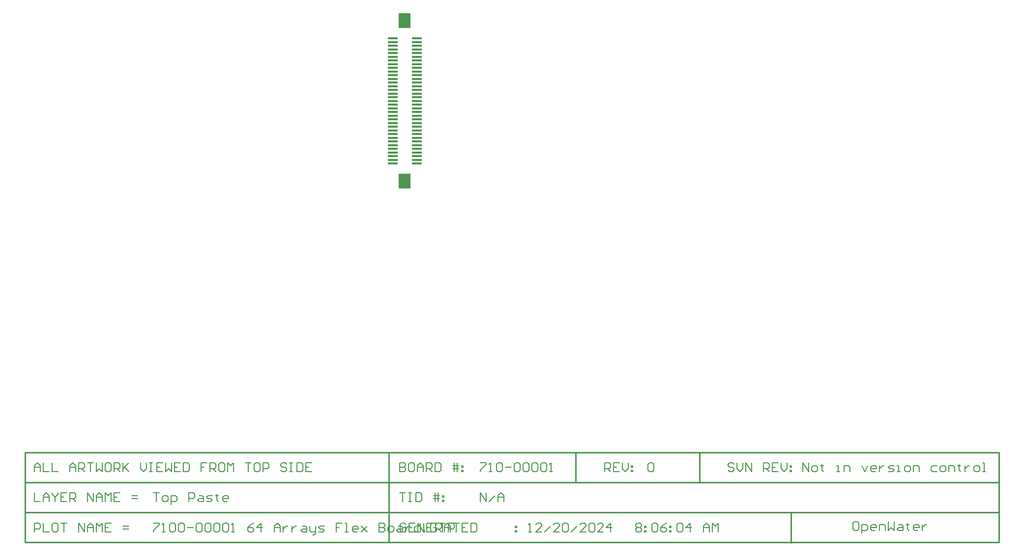
<source format=gtp>
G04*
G04 #@! TF.GenerationSoftware,Altium Limited,Altium Designer,24.3.1 (35)*
G04*
G04 Layer_Color=8421504*
%FSAX25Y25*%
%MOIN*%
G70*
G04*
G04 #@! TF.SameCoordinates,FD1E8778-55F6-401F-AF26-4ACC28CE7946*
G04*
G04*
G04 #@! TF.FilePolarity,Positive*
G04*
G01*
G75*
%ADD11C,0.01000*%
%ADD14C,0.00800*%
%ADD16R,0.07874X0.09843*%
%ADD17R,0.07087X0.01378*%
G54D11*
X0497200Y0080717D02*
Y0101050D01*
X0413200Y0080717D02*
Y0101050D01*
X0040000Y0080717D02*
X0700200D01*
X0040000Y0060383D02*
X0700000D01*
X0040000Y0040050D02*
X0440500D01*
X0040050Y0101050D02*
X0700200D01*
X0040050Y0040050D02*
Y0101050D01*
Y0040050D02*
X0197600D01*
X0040000D02*
Y0101050D01*
X0286500Y0040050D02*
Y0101050D01*
X0700200Y0040050D02*
Y0101050D01*
X0440500Y0040050D02*
X0700200D01*
X0559400Y0039400D02*
Y0059683D01*
G54D14*
X0126900Y0073549D02*
X0130899D01*
X0128899D01*
Y0067551D01*
X0133898D02*
X0135897D01*
X0136897Y0068550D01*
Y0070550D01*
X0135897Y0071549D01*
X0133898D01*
X0132898Y0070550D01*
Y0068550D01*
X0133898Y0067551D01*
X0138896Y0065551D02*
Y0071549D01*
X0141895D01*
X0142895Y0070550D01*
Y0068550D01*
X0141895Y0067551D01*
X0138896D01*
X0150892D02*
Y0073549D01*
X0153891D01*
X0154891Y0072549D01*
Y0070550D01*
X0153891Y0069550D01*
X0150892D01*
X0157890Y0071549D02*
X0159889D01*
X0160889Y0070550D01*
Y0067551D01*
X0157890D01*
X0156890Y0068550D01*
X0157890Y0069550D01*
X0160889D01*
X0162888Y0067551D02*
X0165887D01*
X0166887Y0068550D01*
X0165887Y0069550D01*
X0163888D01*
X0162888Y0070550D01*
X0163888Y0071549D01*
X0166887D01*
X0169886Y0072549D02*
Y0071549D01*
X0168886D01*
X0170886D01*
X0169886D01*
Y0068550D01*
X0170886Y0067551D01*
X0176884D02*
X0174884D01*
X0173885Y0068550D01*
Y0070550D01*
X0174884Y0071549D01*
X0176884D01*
X0177884Y0070550D01*
Y0069550D01*
X0173885D01*
X0567400Y0087833D02*
Y0093831D01*
X0571399Y0087833D01*
Y0093831D01*
X0574398Y0087833D02*
X0576397D01*
X0577397Y0088833D01*
Y0090832D01*
X0576397Y0091832D01*
X0574398D01*
X0573398Y0090832D01*
Y0088833D01*
X0574398Y0087833D01*
X0580396Y0092832D02*
Y0091832D01*
X0579396D01*
X0581395D01*
X0580396D01*
Y0088833D01*
X0581395Y0087833D01*
X0590393D02*
X0592392D01*
X0591392D01*
Y0091832D01*
X0590393D01*
X0595391Y0087833D02*
Y0091832D01*
X0598390D01*
X0599390Y0090832D01*
Y0087833D01*
X0607387Y0091832D02*
X0609386Y0087833D01*
X0611386Y0091832D01*
X0616384Y0087833D02*
X0614385D01*
X0613385Y0088833D01*
Y0090832D01*
X0614385Y0091832D01*
X0616384D01*
X0617384Y0090832D01*
Y0089833D01*
X0613385D01*
X0619383Y0091832D02*
Y0087833D01*
Y0089833D01*
X0620383Y0090832D01*
X0621383Y0091832D01*
X0622382D01*
X0625381Y0087833D02*
X0628380D01*
X0629380Y0088833D01*
X0628380Y0089833D01*
X0626381D01*
X0625381Y0090832D01*
X0626381Y0091832D01*
X0629380D01*
X0631379Y0087833D02*
X0633379D01*
X0632379D01*
Y0091832D01*
X0631379D01*
X0637377Y0087833D02*
X0639377D01*
X0640376Y0088833D01*
Y0090832D01*
X0639377Y0091832D01*
X0637377D01*
X0636378Y0090832D01*
Y0088833D01*
X0637377Y0087833D01*
X0642376D02*
Y0091832D01*
X0645375D01*
X0646374Y0090832D01*
Y0087833D01*
X0658371Y0091832D02*
X0655372D01*
X0654372Y0090832D01*
Y0088833D01*
X0655372Y0087833D01*
X0658371D01*
X0661370D02*
X0663369D01*
X0664369Y0088833D01*
Y0090832D01*
X0663369Y0091832D01*
X0661370D01*
X0660370Y0090832D01*
Y0088833D01*
X0661370Y0087833D01*
X0666368D02*
Y0091832D01*
X0669367D01*
X0670367Y0090832D01*
Y0087833D01*
X0673366Y0092832D02*
Y0091832D01*
X0672366D01*
X0674365D01*
X0673366D01*
Y0088833D01*
X0674365Y0087833D01*
X0677364Y0091832D02*
Y0087833D01*
Y0089833D01*
X0678364Y0090832D01*
X0679364Y0091832D01*
X0680364D01*
X0684362Y0087833D02*
X0686362D01*
X0687361Y0088833D01*
Y0090832D01*
X0686362Y0091832D01*
X0684362D01*
X0683362Y0090832D01*
Y0088833D01*
X0684362Y0087833D01*
X0689361D02*
X0691360D01*
X0690360D01*
Y0093831D01*
X0689361D01*
X0520799Y0092832D02*
X0519799Y0093831D01*
X0517800D01*
X0516800Y0092832D01*
Y0091832D01*
X0517800Y0090832D01*
X0519799D01*
X0520799Y0089833D01*
Y0088833D01*
X0519799Y0087833D01*
X0517800D01*
X0516800Y0088833D01*
X0522798Y0093831D02*
Y0089833D01*
X0524797Y0087833D01*
X0526797Y0089833D01*
Y0093831D01*
X0528796Y0087833D02*
Y0093831D01*
X0532795Y0087833D01*
Y0093831D01*
X0540792Y0087833D02*
Y0093831D01*
X0543791D01*
X0544791Y0092832D01*
Y0090832D01*
X0543791Y0089833D01*
X0540792D01*
X0542792D02*
X0544791Y0087833D01*
X0550789Y0093831D02*
X0546790D01*
Y0087833D01*
X0550789D01*
X0546790Y0090832D02*
X0548790D01*
X0552788Y0093831D02*
Y0089833D01*
X0554788Y0087833D01*
X0556787Y0089833D01*
Y0093831D01*
X0558786Y0091832D02*
X0559786D01*
Y0090832D01*
X0558786D01*
Y0091832D01*
Y0088833D02*
X0559786D01*
Y0087833D01*
X0558786D01*
Y0088833D01*
X0433000Y0087833D02*
Y0093831D01*
X0435999D01*
X0436999Y0092832D01*
Y0090832D01*
X0435999Y0089833D01*
X0433000D01*
X0434999D02*
X0436999Y0087833D01*
X0442997Y0093831D02*
X0438998D01*
Y0087833D01*
X0442997D01*
X0438998Y0090832D02*
X0440997D01*
X0444996Y0093831D02*
Y0089833D01*
X0446995Y0087833D01*
X0448995Y0089833D01*
Y0093831D01*
X0450994Y0091832D02*
X0451994D01*
Y0090832D01*
X0450994D01*
Y0091832D01*
Y0088833D02*
X0451994D01*
Y0087833D01*
X0450994D01*
Y0088833D01*
X0126900Y0052965D02*
X0130899D01*
Y0051965D01*
X0126900Y0047966D01*
Y0046966D01*
X0132898D02*
X0134897D01*
X0133898D01*
Y0052965D01*
X0132898Y0051965D01*
X0137896D02*
X0138896Y0052965D01*
X0140895D01*
X0141895Y0051965D01*
Y0047966D01*
X0140895Y0046966D01*
X0138896D01*
X0137896Y0047966D01*
Y0051965D01*
X0143895D02*
X0144894Y0052965D01*
X0146894D01*
X0147893Y0051965D01*
Y0047966D01*
X0146894Y0046966D01*
X0144894D01*
X0143895Y0047966D01*
Y0051965D01*
X0149893Y0049966D02*
X0153891D01*
X0155891Y0051965D02*
X0156890Y0052965D01*
X0158890D01*
X0159889Y0051965D01*
Y0047966D01*
X0158890Y0046966D01*
X0156890D01*
X0155891Y0047966D01*
Y0051965D01*
X0161889D02*
X0162888Y0052965D01*
X0164888D01*
X0165887Y0051965D01*
Y0047966D01*
X0164888Y0046966D01*
X0162888D01*
X0161889Y0047966D01*
Y0051965D01*
X0167887D02*
X0168886Y0052965D01*
X0170886D01*
X0171885Y0051965D01*
Y0047966D01*
X0170886Y0046966D01*
X0168886D01*
X0167887Y0047966D01*
Y0051965D01*
X0173885D02*
X0174884Y0052965D01*
X0176884D01*
X0177884Y0051965D01*
Y0047966D01*
X0176884Y0046966D01*
X0174884D01*
X0173885Y0047966D01*
Y0051965D01*
X0179883Y0046966D02*
X0181882D01*
X0180883D01*
Y0052965D01*
X0179883Y0051965D01*
X0194878Y0052965D02*
X0192879Y0051965D01*
X0190879Y0049966D01*
Y0047966D01*
X0191879Y0046966D01*
X0193878D01*
X0194878Y0047966D01*
Y0048966D01*
X0193878Y0049966D01*
X0190879D01*
X0199876Y0046966D02*
Y0052965D01*
X0196877Y0049966D01*
X0200876D01*
X0208874Y0046966D02*
Y0050965D01*
X0210873Y0052965D01*
X0212872Y0050965D01*
Y0046966D01*
Y0049966D01*
X0208874D01*
X0214872Y0050965D02*
Y0046966D01*
Y0048966D01*
X0215871Y0049966D01*
X0216871Y0050965D01*
X0217871D01*
X0220870D02*
Y0046966D01*
Y0048966D01*
X0221869Y0049966D01*
X0222869Y0050965D01*
X0223869D01*
X0227867D02*
X0229867D01*
X0230866Y0049966D01*
Y0046966D01*
X0227867D01*
X0226868Y0047966D01*
X0227867Y0048966D01*
X0230866D01*
X0232866Y0050965D02*
Y0047966D01*
X0233865Y0046966D01*
X0236864D01*
Y0045967D01*
X0235865Y0044967D01*
X0234865D01*
X0236864Y0046966D02*
Y0050965D01*
X0238864Y0046966D02*
X0241863D01*
X0242863Y0047966D01*
X0241863Y0048966D01*
X0239863D01*
X0238864Y0049966D01*
X0239863Y0050965D01*
X0242863D01*
X0254859Y0052965D02*
X0250860D01*
Y0049966D01*
X0252859D01*
X0250860D01*
Y0046966D01*
X0256858D02*
X0258857D01*
X0257858D01*
Y0052965D01*
X0256858D01*
X0264855Y0046966D02*
X0262856D01*
X0261856Y0047966D01*
Y0049966D01*
X0262856Y0050965D01*
X0264855D01*
X0265855Y0049966D01*
Y0048966D01*
X0261856D01*
X0267854Y0050965D02*
X0271853Y0046966D01*
X0269854Y0048966D01*
X0271853Y0050965D01*
X0267854Y0046966D01*
X0279851Y0052965D02*
Y0046966D01*
X0282850D01*
X0283849Y0047966D01*
Y0048966D01*
X0282850Y0049966D01*
X0279851D01*
X0282850D01*
X0283849Y0050965D01*
Y0051965D01*
X0282850Y0052965D01*
X0279851D01*
X0286848Y0046966D02*
X0288848D01*
X0289847Y0047966D01*
Y0049966D01*
X0288848Y0050965D01*
X0286848D01*
X0285849Y0049966D01*
Y0047966D01*
X0286848Y0046966D01*
X0292846Y0050965D02*
X0294846D01*
X0295845Y0049966D01*
Y0046966D01*
X0292846D01*
X0291847Y0047966D01*
X0292846Y0048966D01*
X0295845D01*
X0297845Y0050965D02*
Y0046966D01*
Y0048966D01*
X0298844Y0049966D01*
X0299844Y0050965D01*
X0300844D01*
X0307841Y0052965D02*
Y0046966D01*
X0304842D01*
X0303843Y0047966D01*
Y0049966D01*
X0304842Y0050965D01*
X0307841D01*
X0309841Y0046966D02*
Y0047966D01*
X0310841D01*
Y0046966D01*
X0309841D01*
X0318838Y0051965D02*
X0317838Y0052965D01*
X0315839D01*
X0314839Y0051965D01*
Y0047966D01*
X0315839Y0046966D01*
X0317838D01*
X0318838Y0047966D01*
Y0049966D01*
X0316839D01*
X0320837Y0052965D02*
X0324836D01*
X0322837D01*
Y0046966D01*
X0326835D02*
Y0052965D01*
X0329834D01*
X0330834Y0051965D01*
Y0049966D01*
X0329834Y0048966D01*
X0326835D01*
X0381150Y0046966D02*
X0383149D01*
X0382150D01*
Y0052965D01*
X0381150Y0051965D01*
X0390147Y0046966D02*
X0386148D01*
X0390147Y0050965D01*
Y0051965D01*
X0389147Y0052965D01*
X0387148D01*
X0386148Y0051965D01*
X0392146Y0046966D02*
X0396145Y0050965D01*
X0402143Y0046966D02*
X0398145D01*
X0402143Y0050965D01*
Y0051965D01*
X0401144Y0052965D01*
X0399144D01*
X0398145Y0051965D01*
X0404143D02*
X0405142Y0052965D01*
X0407142D01*
X0408141Y0051965D01*
Y0047966D01*
X0407142Y0046966D01*
X0405142D01*
X0404143Y0047966D01*
Y0051965D01*
X0410141Y0046966D02*
X0414139Y0050965D01*
X0420137Y0046966D02*
X0416139D01*
X0420137Y0050965D01*
Y0051965D01*
X0419138Y0052965D01*
X0417138D01*
X0416139Y0051965D01*
X0422137D02*
X0423136Y0052965D01*
X0425136D01*
X0426135Y0051965D01*
Y0047966D01*
X0425136Y0046966D01*
X0423136D01*
X0422137Y0047966D01*
Y0051965D01*
X0432133Y0046966D02*
X0428135D01*
X0432133Y0050965D01*
Y0051965D01*
X0431134Y0052965D01*
X0429135D01*
X0428135Y0051965D01*
X0437132Y0046966D02*
Y0052965D01*
X0434133Y0049966D01*
X0438132D01*
X0298199Y0051965D02*
X0297199Y0052965D01*
X0295200D01*
X0294200Y0051965D01*
Y0047966D01*
X0295200Y0046966D01*
X0297199D01*
X0298199Y0047966D01*
Y0049966D01*
X0296199D01*
X0304197Y0052965D02*
X0300198D01*
Y0046966D01*
X0304197D01*
X0300198Y0049966D02*
X0302197D01*
X0306196Y0046966D02*
Y0052965D01*
X0310195Y0046966D01*
Y0052965D01*
X0316193D02*
X0312194D01*
Y0046966D01*
X0316193D01*
X0312194Y0049966D02*
X0314194D01*
X0318192Y0046966D02*
Y0052965D01*
X0321191D01*
X0322191Y0051965D01*
Y0049966D01*
X0321191Y0048966D01*
X0318192D01*
X0320192D02*
X0322191Y0046966D01*
X0324190D02*
Y0050965D01*
X0326190Y0052965D01*
X0328189Y0050965D01*
Y0046966D01*
Y0049966D01*
X0324190D01*
X0330188Y0052965D02*
X0334187D01*
X0332188D01*
Y0046966D01*
X0340185Y0052965D02*
X0336186D01*
Y0046966D01*
X0340185D01*
X0336186Y0049966D02*
X0338186D01*
X0342184Y0052965D02*
Y0046966D01*
X0345183D01*
X0346183Y0047966D01*
Y0051965D01*
X0345183Y0052965D01*
X0342184D01*
X0372175Y0050965D02*
X0373175D01*
Y0049966D01*
X0372175D01*
Y0050965D01*
Y0047966D02*
X0373175D01*
Y0046966D01*
X0372175D01*
Y0047966D01*
X0046350Y0087833D02*
Y0091832D01*
X0048349Y0093831D01*
X0050349Y0091832D01*
Y0087833D01*
Y0090832D01*
X0046350D01*
X0052348Y0093831D02*
Y0087833D01*
X0056347D01*
X0058346Y0093831D02*
Y0087833D01*
X0062345D01*
X0070342D02*
Y0091832D01*
X0072342Y0093831D01*
X0074341Y0091832D01*
Y0087833D01*
Y0090832D01*
X0070342D01*
X0076340Y0087833D02*
Y0093831D01*
X0079339D01*
X0080339Y0092832D01*
Y0090832D01*
X0079339Y0089833D01*
X0076340D01*
X0078340D02*
X0080339Y0087833D01*
X0082338Y0093831D02*
X0086337D01*
X0084338D01*
Y0087833D01*
X0088336Y0093831D02*
Y0087833D01*
X0090336Y0089833D01*
X0092335Y0087833D01*
Y0093831D01*
X0097334D02*
X0095334D01*
X0094335Y0092832D01*
Y0088833D01*
X0095334Y0087833D01*
X0097334D01*
X0098333Y0088833D01*
Y0092832D01*
X0097334Y0093831D01*
X0100332Y0087833D02*
Y0093831D01*
X0103332D01*
X0104331Y0092832D01*
Y0090832D01*
X0103332Y0089833D01*
X0100332D01*
X0102332D02*
X0104331Y0087833D01*
X0106331Y0093831D02*
Y0087833D01*
Y0089833D01*
X0110329Y0093831D01*
X0107330Y0090832D01*
X0110329Y0087833D01*
X0118327Y0093831D02*
Y0089833D01*
X0120326Y0087833D01*
X0122325Y0089833D01*
Y0093831D01*
X0124325D02*
X0126324D01*
X0125324D01*
Y0087833D01*
X0124325D01*
X0126324D01*
X0133322Y0093831D02*
X0129323D01*
Y0087833D01*
X0133322D01*
X0129323Y0090832D02*
X0131323D01*
X0135321Y0093831D02*
Y0087833D01*
X0137321Y0089833D01*
X0139320Y0087833D01*
Y0093831D01*
X0145318D02*
X0141319D01*
Y0087833D01*
X0145318D01*
X0141319Y0090832D02*
X0143319D01*
X0147317Y0093831D02*
Y0087833D01*
X0150316D01*
X0151316Y0088833D01*
Y0092832D01*
X0150316Y0093831D01*
X0147317D01*
X0163312D02*
X0159313D01*
Y0090832D01*
X0161313D01*
X0159313D01*
Y0087833D01*
X0165312D02*
Y0093831D01*
X0168310D01*
X0169310Y0092832D01*
Y0090832D01*
X0168310Y0089833D01*
X0165312D01*
X0167311D02*
X0169310Y0087833D01*
X0174309Y0093831D02*
X0172309D01*
X0171310Y0092832D01*
Y0088833D01*
X0172309Y0087833D01*
X0174309D01*
X0175308Y0088833D01*
Y0092832D01*
X0174309Y0093831D01*
X0177308Y0087833D02*
Y0093831D01*
X0179307Y0091832D01*
X0181306Y0093831D01*
Y0087833D01*
X0189304Y0093831D02*
X0193303D01*
X0191303D01*
Y0087833D01*
X0198301Y0093831D02*
X0196301D01*
X0195302Y0092832D01*
Y0088833D01*
X0196301Y0087833D01*
X0198301D01*
X0199301Y0088833D01*
Y0092832D01*
X0198301Y0093831D01*
X0201300Y0087833D02*
Y0093831D01*
X0204299D01*
X0205299Y0092832D01*
Y0090832D01*
X0204299Y0089833D01*
X0201300D01*
X0217295Y0092832D02*
X0216295Y0093831D01*
X0214296D01*
X0213296Y0092832D01*
Y0091832D01*
X0214296Y0090832D01*
X0216295D01*
X0217295Y0089833D01*
Y0088833D01*
X0216295Y0087833D01*
X0214296D01*
X0213296Y0088833D01*
X0219294Y0093831D02*
X0221293D01*
X0220294D01*
Y0087833D01*
X0219294D01*
X0221293D01*
X0224292Y0093831D02*
Y0087833D01*
X0227291D01*
X0228291Y0088833D01*
Y0092832D01*
X0227291Y0093831D01*
X0224292D01*
X0234289D02*
X0230291D01*
Y0087833D01*
X0234289D01*
X0230291Y0090832D02*
X0232290D01*
X0462150Y0092832D02*
X0463150Y0093831D01*
X0465149D01*
X0466149Y0092832D01*
Y0088833D01*
X0465149Y0087833D01*
X0463150D01*
X0462150Y0088833D01*
Y0092832D01*
X0348550Y0093831D02*
X0352549D01*
Y0092832D01*
X0348550Y0088833D01*
Y0087833D01*
X0354548D02*
X0356547D01*
X0355548D01*
Y0093831D01*
X0354548Y0092832D01*
X0359546D02*
X0360546Y0093831D01*
X0362545D01*
X0363545Y0092832D01*
Y0088833D01*
X0362545Y0087833D01*
X0360546D01*
X0359546Y0088833D01*
Y0092832D01*
X0365545Y0090832D02*
X0369543D01*
X0371543Y0092832D02*
X0372542Y0093831D01*
X0374542D01*
X0375541Y0092832D01*
Y0088833D01*
X0374542Y0087833D01*
X0372542D01*
X0371543Y0088833D01*
Y0092832D01*
X0377541D02*
X0378540Y0093831D01*
X0380540D01*
X0381539Y0092832D01*
Y0088833D01*
X0380540Y0087833D01*
X0378540D01*
X0377541Y0088833D01*
Y0092832D01*
X0383539D02*
X0384538Y0093831D01*
X0386538D01*
X0387537Y0092832D01*
Y0088833D01*
X0386538Y0087833D01*
X0384538D01*
X0383539Y0088833D01*
Y0092832D01*
X0389537D02*
X0390536Y0093831D01*
X0392536D01*
X0393535Y0092832D01*
Y0088833D01*
X0392536Y0087833D01*
X0390536D01*
X0389537Y0088833D01*
Y0092832D01*
X0395535Y0087833D02*
X0397534D01*
X0396534D01*
Y0093831D01*
X0395535Y0092832D01*
X0294000Y0093831D02*
Y0087833D01*
X0296999D01*
X0297999Y0088833D01*
Y0089833D01*
X0296999Y0090832D01*
X0294000D01*
X0296999D01*
X0297999Y0091832D01*
Y0092832D01*
X0296999Y0093831D01*
X0294000D01*
X0302997D02*
X0300998D01*
X0299998Y0092832D01*
Y0088833D01*
X0300998Y0087833D01*
X0302997D01*
X0303997Y0088833D01*
Y0092832D01*
X0302997Y0093831D01*
X0305996Y0087833D02*
Y0091832D01*
X0307996Y0093831D01*
X0309995Y0091832D01*
Y0087833D01*
Y0090832D01*
X0305996D01*
X0311994Y0087833D02*
Y0093831D01*
X0314993D01*
X0315993Y0092832D01*
Y0090832D01*
X0314993Y0089833D01*
X0311994D01*
X0313994D02*
X0315993Y0087833D01*
X0317992Y0093831D02*
Y0087833D01*
X0320991D01*
X0321991Y0088833D01*
Y0092832D01*
X0320991Y0093831D01*
X0317992D01*
X0330988Y0087833D02*
Y0093831D01*
X0332987D02*
Y0087833D01*
X0329988Y0091832D02*
X0332987D01*
X0333987D01*
X0329988Y0089833D02*
X0333987D01*
X0335986Y0091832D02*
X0336986D01*
Y0090832D01*
X0335986D01*
Y0091832D01*
Y0088833D02*
X0336986D01*
Y0087833D01*
X0335986D01*
Y0088833D01*
X0046350Y0073549D02*
Y0067551D01*
X0050349D01*
X0052348D02*
Y0071549D01*
X0054347Y0073549D01*
X0056347Y0071549D01*
Y0067551D01*
Y0070550D01*
X0052348D01*
X0058346Y0073549D02*
Y0072549D01*
X0060346Y0070550D01*
X0062345Y0072549D01*
Y0073549D01*
X0060346Y0070550D02*
Y0067551D01*
X0068343Y0073549D02*
X0064344D01*
Y0067551D01*
X0068343D01*
X0064344Y0070550D02*
X0066343D01*
X0070342Y0067551D02*
Y0073549D01*
X0073341D01*
X0074341Y0072549D01*
Y0070550D01*
X0073341Y0069550D01*
X0070342D01*
X0072342D02*
X0074341Y0067551D01*
X0082338D02*
Y0073549D01*
X0086337Y0067551D01*
Y0073549D01*
X0088336Y0067551D02*
Y0071549D01*
X0090336Y0073549D01*
X0092335Y0071549D01*
Y0067551D01*
Y0070550D01*
X0088336D01*
X0094335Y0067551D02*
Y0073549D01*
X0096334Y0071549D01*
X0098333Y0073549D01*
Y0067551D01*
X0104331Y0073549D02*
X0100332D01*
Y0067551D01*
X0104331D01*
X0100332Y0070550D02*
X0102332D01*
X0112329Y0069550D02*
X0116327D01*
X0112329Y0071549D02*
X0116327D01*
X0046350Y0046966D02*
Y0052965D01*
X0049349D01*
X0050349Y0051965D01*
Y0049966D01*
X0049349Y0048966D01*
X0046350D01*
X0052348Y0052965D02*
Y0046966D01*
X0056347D01*
X0061345Y0052965D02*
X0059346D01*
X0058346Y0051965D01*
Y0047966D01*
X0059346Y0046966D01*
X0061345D01*
X0062345Y0047966D01*
Y0051965D01*
X0061345Y0052965D01*
X0064344D02*
X0068343D01*
X0066343D01*
Y0046966D01*
X0076340D02*
Y0052965D01*
X0080339Y0046966D01*
Y0052965D01*
X0082338Y0046966D02*
Y0050965D01*
X0084338Y0052965D01*
X0086337Y0050965D01*
Y0046966D01*
Y0049966D01*
X0082338D01*
X0088336Y0046966D02*
Y0052965D01*
X0090336Y0050965D01*
X0092335Y0052965D01*
Y0046966D01*
X0098333Y0052965D02*
X0094335D01*
Y0046966D01*
X0098333D01*
X0094335Y0049966D02*
X0096334D01*
X0106331Y0048966D02*
X0110329D01*
X0106331Y0050965D02*
X0110329D01*
X0454050Y0051965D02*
X0455050Y0052965D01*
X0457049D01*
X0458049Y0051965D01*
Y0050965D01*
X0457049Y0049966D01*
X0458049Y0048966D01*
Y0047966D01*
X0457049Y0046966D01*
X0455050D01*
X0454050Y0047966D01*
Y0048966D01*
X0455050Y0049966D01*
X0454050Y0050965D01*
Y0051965D01*
X0455050Y0049966D02*
X0457049D01*
X0460048Y0050965D02*
X0461048D01*
Y0049966D01*
X0460048D01*
Y0050965D01*
Y0047966D02*
X0461048D01*
Y0046966D01*
X0460048D01*
Y0047966D01*
X0465046Y0051965D02*
X0466046Y0052965D01*
X0468046D01*
X0469045Y0051965D01*
Y0047966D01*
X0468046Y0046966D01*
X0466046D01*
X0465046Y0047966D01*
Y0051965D01*
X0475043Y0052965D02*
X0473044Y0051965D01*
X0471044Y0049966D01*
Y0047966D01*
X0472044Y0046966D01*
X0474044D01*
X0475043Y0047966D01*
Y0048966D01*
X0474044Y0049966D01*
X0471044D01*
X0477043Y0050965D02*
X0478042D01*
Y0049966D01*
X0477043D01*
Y0050965D01*
Y0047966D02*
X0478042D01*
Y0046966D01*
X0477043D01*
Y0047966D01*
X0482041Y0051965D02*
X0483041Y0052965D01*
X0485040D01*
X0486040Y0051965D01*
Y0047966D01*
X0485040Y0046966D01*
X0483041D01*
X0482041Y0047966D01*
Y0051965D01*
X0491038Y0046966D02*
Y0052965D01*
X0488039Y0049966D01*
X0492038D01*
X0500035Y0046966D02*
Y0050965D01*
X0502035Y0052965D01*
X0504034Y0050965D01*
Y0046966D01*
Y0049966D01*
X0500035D01*
X0506033Y0046966D02*
Y0052965D01*
X0508033Y0050965D01*
X0510032Y0052965D01*
Y0046966D01*
X0604409Y0053922D02*
X0602409D01*
X0601409Y0052922D01*
Y0048923D01*
X0602409Y0047924D01*
X0604409D01*
X0605408Y0048923D01*
Y0052922D01*
X0604409Y0053922D01*
X0607408Y0045924D02*
Y0051922D01*
X0610407D01*
X0611406Y0050923D01*
Y0048923D01*
X0610407Y0047924D01*
X0607408D01*
X0616405D02*
X0614405D01*
X0613406Y0048923D01*
Y0050923D01*
X0614405Y0051922D01*
X0616405D01*
X0617404Y0050923D01*
Y0049923D01*
X0613406D01*
X0619404Y0047924D02*
Y0051922D01*
X0622403D01*
X0623402Y0050923D01*
Y0047924D01*
X0625402Y0053922D02*
Y0047924D01*
X0627401Y0049923D01*
X0629400Y0047924D01*
Y0053922D01*
X0632400Y0051922D02*
X0634399D01*
X0635398Y0050923D01*
Y0047924D01*
X0632400D01*
X0631400Y0048923D01*
X0632400Y0049923D01*
X0635398D01*
X0638398Y0052922D02*
Y0051922D01*
X0637398D01*
X0639397D01*
X0638398D01*
Y0048923D01*
X0639397Y0047924D01*
X0645395D02*
X0643396D01*
X0642396Y0048923D01*
Y0050923D01*
X0643396Y0051922D01*
X0645395D01*
X0646395Y0050923D01*
Y0049923D01*
X0642396D01*
X0648394Y0051922D02*
Y0047924D01*
Y0049923D01*
X0649394Y0050923D01*
X0650394Y0051922D01*
X0651393D01*
X0294000Y0073498D02*
X0297999D01*
X0295999D01*
Y0067500D01*
X0299998Y0073498D02*
X0301997D01*
X0300998D01*
Y0067500D01*
X0299998D01*
X0301997D01*
X0304996Y0073498D02*
Y0067500D01*
X0307996D01*
X0308995Y0068500D01*
Y0072498D01*
X0307996Y0073498D01*
X0304996D01*
X0317992Y0067500D02*
Y0073498D01*
X0319992D02*
Y0067500D01*
X0316993Y0071499D02*
X0319992D01*
X0320991D01*
X0316993Y0069499D02*
X0320991D01*
X0322991Y0071499D02*
X0323990D01*
Y0070499D01*
X0322991D01*
Y0071499D01*
Y0068500D02*
X0323990D01*
Y0067500D01*
X0322991D01*
Y0068500D01*
X0348550Y0067500D02*
Y0073498D01*
X0352549Y0067500D01*
Y0073498D01*
X0354548Y0067500D02*
X0358547Y0071499D01*
X0360546Y0067500D02*
Y0071499D01*
X0362545Y0073498D01*
X0364545Y0071499D01*
Y0067500D01*
Y0070499D01*
X0360546D01*
G54D16*
X0297406Y0285194D02*
D03*
Y0394249D02*
D03*
G54D17*
X0289139Y0297221D02*
D03*
Y0299721D02*
D03*
Y0302221D02*
D03*
Y0304721D02*
D03*
Y0307221D02*
D03*
Y0309721D02*
D03*
Y0312221D02*
D03*
Y0314721D02*
D03*
Y0317221D02*
D03*
Y0319721D02*
D03*
Y0322221D02*
D03*
Y0324721D02*
D03*
Y0327221D02*
D03*
Y0329721D02*
D03*
Y0332221D02*
D03*
Y0334721D02*
D03*
Y0337221D02*
D03*
Y0339721D02*
D03*
Y0342221D02*
D03*
Y0344721D02*
D03*
Y0347221D02*
D03*
Y0349721D02*
D03*
Y0352221D02*
D03*
Y0354721D02*
D03*
Y0357221D02*
D03*
Y0359721D02*
D03*
Y0362221D02*
D03*
Y0364721D02*
D03*
Y0367221D02*
D03*
Y0369721D02*
D03*
Y0372221D02*
D03*
Y0374721D02*
D03*
Y0377221D02*
D03*
Y0379721D02*
D03*
Y0382221D02*
D03*
X0305674Y0297221D02*
D03*
Y0299721D02*
D03*
Y0302221D02*
D03*
Y0304721D02*
D03*
Y0307221D02*
D03*
Y0309721D02*
D03*
Y0312221D02*
D03*
Y0314721D02*
D03*
Y0317221D02*
D03*
Y0319721D02*
D03*
Y0322221D02*
D03*
Y0324721D02*
D03*
Y0327221D02*
D03*
Y0329721D02*
D03*
Y0332221D02*
D03*
Y0334721D02*
D03*
Y0337221D02*
D03*
Y0339721D02*
D03*
Y0342221D02*
D03*
Y0344721D02*
D03*
Y0347221D02*
D03*
Y0349721D02*
D03*
Y0352221D02*
D03*
Y0354721D02*
D03*
Y0357221D02*
D03*
Y0359721D02*
D03*
Y0362221D02*
D03*
Y0364721D02*
D03*
Y0367221D02*
D03*
Y0369721D02*
D03*
Y0372221D02*
D03*
Y0374721D02*
D03*
Y0377221D02*
D03*
Y0379721D02*
D03*
Y0382221D02*
D03*
M02*

</source>
